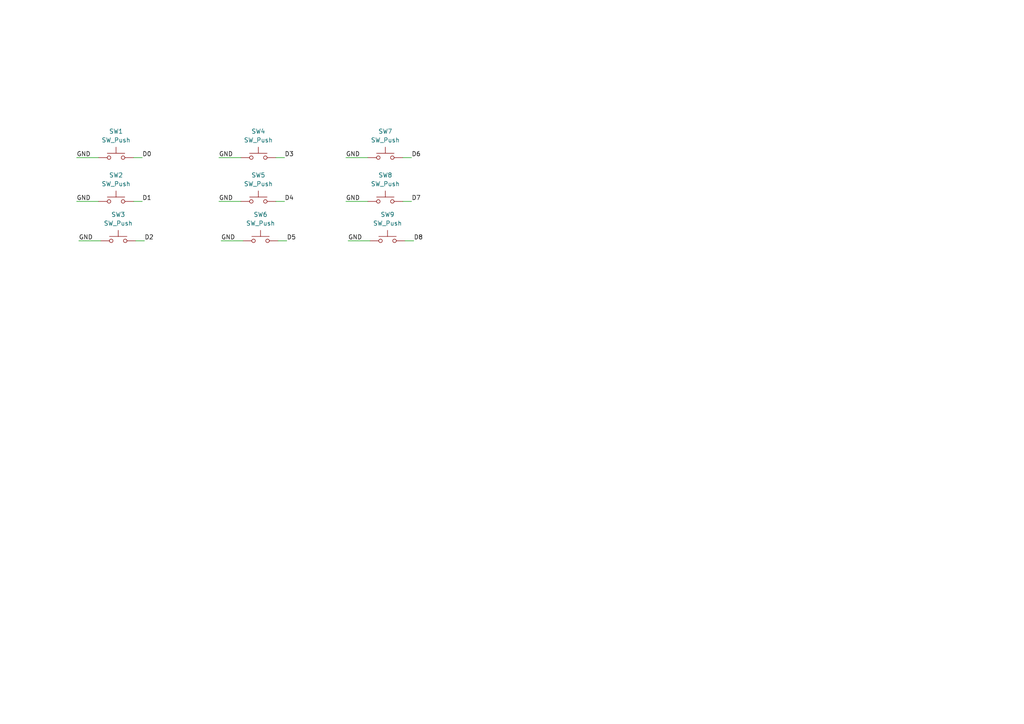
<source format=kicad_sch>
(kicad_sch (version 20211123) (generator eeschema)
  (paper "A4")
  (lib_symbols
    (symbol "Switch:SW_Push" (pin_numbers hide) (pin_names (offset 1.016) hide)
      (property "Reference" "SW" (at 1.27 2.54 0))
      (property "Value" "SW_Push" (at 0 -1.524 0))
      (symbol "SW_Push_0_1"
        (circle (center -2.032 0) (radius 0.508))
        (polyline (pts (xy 0 1.27) (xy 0 3.048)))
        (polyline (pts (xy 2.54 1.27) (xy -2.54 1.27)))
        (circle (center 2.032 0) (radius 0.508))
        (pin passive line (at -5.08 0 0) (length 2.54) (name "1") (number "1"))
        (pin passive line (at 5.08 0 180) (length 2.54) (name "2") (number "2"))
      )
    )
  )
  (wire (pts (xy 83.185 69.85) (xy 80.645 69.85)))
  (wire (pts (xy 119.38 45.72) (xy 116.84 45.72)))
  (wire (pts (xy 119.38 58.42) (xy 116.84 58.42)))
  (wire (pts (xy 82.55 45.72) (xy 80.01 45.72)))
  (wire (pts (xy 100.965 69.85) (xy 107.315 69.85)))
  (wire (pts (xy 22.225 45.72) (xy 28.575 45.72)))
  (wire (pts (xy 41.275 45.72) (xy 38.735 45.72)))
  (wire (pts (xy 82.55 58.42) (xy 80.01 58.42)))
  (wire (pts (xy 22.86 69.85) (xy 29.21 69.85)))
  (wire (pts (xy 100.33 58.42) (xy 106.68 58.42)))
  (wire (pts (xy 22.225 58.42) (xy 28.575 58.42)))
  (wire (pts (xy 41.275 58.42) (xy 38.735 58.42)))
  (wire (pts (xy 120.015 69.85) (xy 117.475 69.85)))
  (wire (pts (xy 63.5 45.72) (xy 69.85 45.72)))
  (wire (pts (xy 64.135 69.85) (xy 70.485 69.85)))
  (wire (pts (xy 63.5 58.42) (xy 69.85 58.42)))
  (wire (pts (xy 100.33 45.72) (xy 106.68 45.72)))
  (wire (pts (xy 41.91 69.85) (xy 39.37 69.85)))
  (label "GND" (at 22.86 69.85 0))
  (label "GND" (at 63.5 45.72 0))
  (label "D8" (at 120.015 69.85 0))
  (label "D6" (at 119.38 45.72 0))
  (label "D3" (at 82.55 45.72 0))
  (label "D2" (at 41.91 69.85 0))
  (label "GND" (at 100.965 69.85 0))
  (label "D4" (at 82.55 58.42 0))
  (label "GND" (at 100.33 45.72 0))
  (label "GND" (at 22.225 45.72 0))
  (label "GND" (at 63.5 58.42 0))
  (label "GND" (at 64.135 69.85 0))
  (label "D1" (at 41.275 58.42 0))
  (label "D5" (at 83.185 69.85 0))
  (label "D0" (at 41.275 45.72 0))
  (label "D7" (at 119.38 58.42 0))
  (label "GND" (at 100.33 58.42 0))
  (label "GND" (at 22.225 58.42 0))
  (symbol (lib_id "Switch:SW_Push") (at 74.93 45.72 0) (unit 1)
    (property "Reference" "SW4" (at 74.93 38.1 0))
    (property "Value" "SW_Push" (at 74.93 40.64 0))
    (property "Footprint" "Design:Button" (effects hide))
    (property "Datasheet" "https://datasheet.lcsc.com/lcsc/2210210930_BIWIN-TR12S_C5141768.pdf" (effects hide))
    (property "LCSC#" "C5141768" (effects hide))
    (property "Proveedor" "LCSC" (effects hide))
  )
  (symbol (lib_id "Switch:SW_Push") (at 112.395 69.85 0) (unit 1)
    (property "Reference" "SW9" (at 112.395 62.23 0))
    (property "Value" "SW_Push" (at 112.395 64.77 0))
    (property "Footprint" "Design:Button" (effects hide))
    (property "Datasheet" "https://datasheet.lcsc.com/lcsc/2210210930_BIWIN-TR12S_C5141768.pdf" (effects hide))
    (property "LCSC#" "C5141768" (effects hide))
    (property "Proveedor" "LCSC" (effects hide))
  )
  (symbol (lib_id "Switch:SW_Push") (at 111.76 45.72 0) (unit 1)
    (property "Reference" "SW7" (at 111.76 38.1 0))
    (property "Value" "SW_Push" (at 111.76 40.64 0))
    (property "Footprint" "Design:Button" (effects hide))
    (property "Datasheet" "https://datasheet.lcsc.com/lcsc/2210210930_BIWIN-TR12S_C5141768.pdf" (effects hide))
    (property "LCSC#" "C5141768" (effects hide))
    (property "Proveedor" "LCSC" (effects hide))
  )
  (symbol (lib_id "Switch:SW_Push") (at 74.93 58.42 0) (unit 1)
    (property "Reference" "SW5" (at 74.93 50.8 0))
    (property "Value" "SW_Push" (at 74.93 53.34 0))
    (property "Footprint" "Design:Button" (effects hide))
    (property "Datasheet" "https://datasheet.lcsc.com/lcsc/2210210930_BIWIN-TR12S_C5141768.pdf" (effects hide))
    (property "LCSC#" "C5141768" (effects hide))
    (property "Proveedor" "LCSC" (effects hide))
  )
  (symbol (lib_id "Switch:SW_Push") (at 75.565 69.85 0) (unit 1)
    (property "Reference" "SW6" (at 75.565 62.23 0))
    (property "Value" "SW_Push" (at 75.565 64.77 0))
    (property "Footprint" "Design:Button" (effects hide))
    (property "Datasheet" "https://datasheet.lcsc.com/lcsc/2210210930_BIWIN-TR12S_C5141768.pdf" (effects hide))
    (property "LCSC#" "C5141768" (effects hide))
    (property "Proveedor" "LCSC" (effects hide))
  )
  (symbol (lib_id "Switch:SW_Push") (at 33.655 45.72 0) (unit 1)
    (property "Reference" "SW1" (at 33.655 38.1 0))
    (property "Value" "SW_Push" (at 33.655 40.64 0))
    (property "Footprint" "Design:Button" (effects hide))
    (property "Datasheet" "https://datasheet.lcsc.com/lcsc/2210210930_BIWIN-TR12S_C5141768.pdf" (effects hide))
    (property "LCSC#" "C5141768" (effects hide))
    (property "Proveedor" "LCSC" (effects hide))
  )
  (symbol (lib_id "Switch:SW_Push") (at 34.29 69.85 0) (unit 1)
    (property "Reference" "SW3" (at 34.29 62.23 0))
    (property "Value" "SW_Push" (at 34.29 64.77 0))
    (property "Footprint" "Design:Button" (effects hide))
    (property "Datasheet" "https://datasheet.lcsc.com/lcsc/2210210930_BIWIN-TR12S_C5141768.pdf" (effects hide))
    (property "LCSC#" "C5141768" (effects hide))
    (property "Proveedor" "LCSC" (effects hide))
  )
  (symbol (lib_id "Switch:SW_Push") (at 111.76 58.42 0) (unit 1)
    (property "Reference" "SW8" (at 111.76 50.8 0))
    (property "Value" "SW_Push" (at 111.76 53.34 0))
    (property "Footprint" "Design:Button" (effects hide))
    (property "Datasheet" "https://datasheet.lcsc.com/lcsc/2210210930_BIWIN-TR12S_C5141768.pdf" (effects hide))
    (property "LCSC#" "C5141768" (effects hide))
    (property "Proveedor" "LCSC" (effects hide))
  )
  (symbol (lib_id "Switch:SW_Push") (at 33.655 58.42 0) (unit 1)
    (property "Reference" "SW2" (at 33.655 50.8 0))
    (property "Value" "SW_Push" (at 33.655 53.34 0))
    (property "Footprint" "Design:Button" (effects hide))
    (property "Datasheet" "https://datasheet.lcsc.com/lcsc/2210210930_BIWIN-TR12S_C5141768.pdf" (effects hide))
    (property "LCSC#" "C5141768" (effects hide))
    (property "Proveedor" "LCSC" (effects hide))
  )
)
</source>
